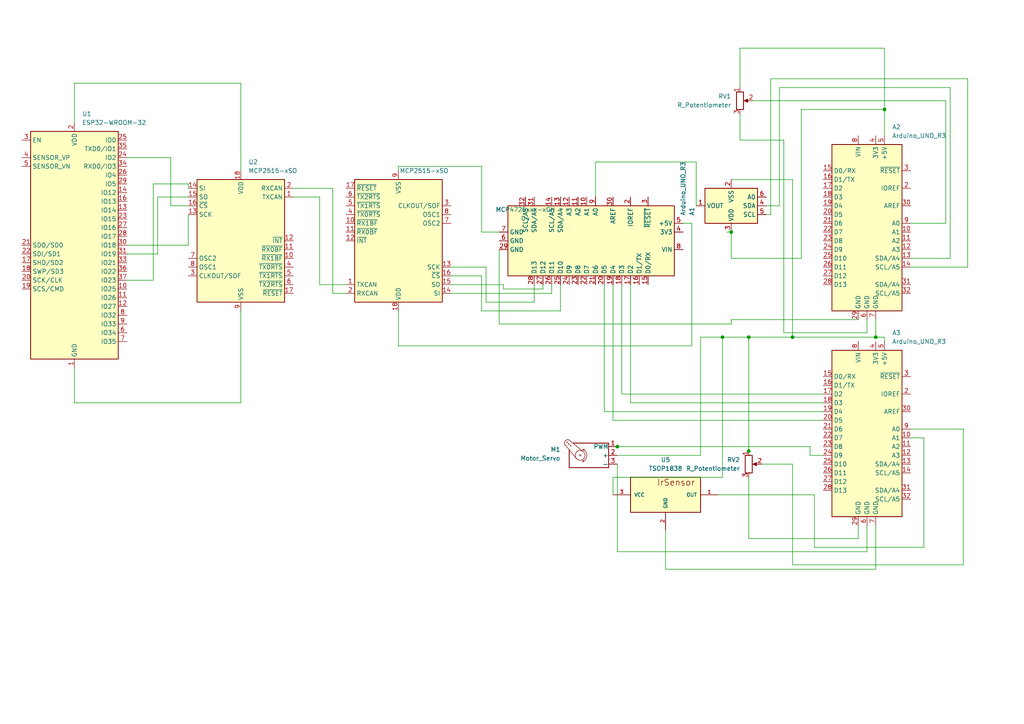
<source format=kicad_sch>
(kicad_sch (version 20230121) (generator eeschema)
  (paper "A4")
  (lib_symbols
    (symbol "Analog_DAC:MCP4725xxx-xCH"
      (property "Reference" "U" (at -6.35 6.35 0))
      (property "Value" "MCP4725xxx-xCH" (at 8.89 6.35 0))
      (symbol "MCP4725xxx-xCH_0_1"
        (rectangle (start -7.62 5.08) (end 7.62 -5.08) (stroke (width 0.254)) (fill (type background)))
      )
      (symbol "MCP4725xxx-xCH_1_1"
        (pin output line (at 10.16 0 180) (length 2.54) (name "VOUT") (number "1"))
        (pin power_in line (at 0 -7.62 90) (length 2.54) (name "VSS") (number "2"))
        (pin power_in line (at 0 7.62 270) (length 2.54) (name "VDD") (number "3"))
        (pin bidirectional line (at -10.16 0 0) (length 2.54) (name "SDA") (number "4"))
        (pin input line (at -10.16 2.54 0) (length 2.54) (name "SCL") (number "5"))
        (pin input line (at -10.16 -2.54 0) (length 2.54) (name "A0") (number "6"))
      )
    )
    (symbol "Device:R_Potentiometer" (pin_names (offset 1.016) hide)
      (property "Reference" "RV" (at -4.445 0 90))
      (property "Value" "R_Potentiometer" (at -2.54 0 90))
      (symbol "R_Potentiometer_0_1"
        (polyline (pts (xy 2.54 0) (xy 1.524 0)))
        (polyline (pts (xy 1.143 0) (xy 2.286 0.508) (xy 2.286 -0.508) (xy 1.143 0)) (fill (type outline)))
        (rectangle (start 1.016 2.54) (end -1.016 -2.54) (stroke (width 0.254)))
      )
      (symbol "R_Potentiometer_1_1"
        (pin passive line (at 0 3.81 270) (length 1.27) (name "1") (number "1"))
        (pin passive line (at 3.81 0 180) (length 1.27) (name "2") (number "2"))
        (pin passive line (at 0 -3.81 90) (length 1.27) (name "3") (number "3"))
      )
    )
    (symbol "Interface_CAN_LIN:MCP2515-xSO"
      (property "Reference" "U" (at -10.16 19.685 0))
      (property "Value" "MCP2515-xSO" (at 19.05 20.32 0))
      (symbol "MCP2515-xSO_0_1"
        (rectangle (start -12.7 17.78) (end 12.7 -17.78) (stroke (width 0.254)) (fill (type background)))
      )
      (symbol "MCP2515-xSO_1_1"
        (pin output line (at 15.24 12.7 180) (length 2.54) (name "TXCAN") (number "1"))
        (pin output line (at 15.24 -5.08 180) (length 2.54) (name "~{RX1BF}") (number "10"))
        (pin output line (at 15.24 -2.54 180) (length 2.54) (name "~{RX0BF}") (number "11"))
        (pin output line (at 15.24 0 180) (length 2.54) (name "~{INT}") (number "12"))
        (pin input line (at -15.24 7.62 0) (length 2.54) (name "SCK") (number "13"))
        (pin input line (at -15.24 15.24 0) (length 2.54) (name "SI") (number "14"))
        (pin output line (at -15.24 12.7 0) (length 2.54) (name "SO") (number "15"))
        (pin input line (at -15.24 10.16 0) (length 2.54) (name "~{CS}") (number "16"))
        (pin input line (at 15.24 -15.24 180) (length 2.54) (name "~{RESET}") (number "17"))
        (pin power_in line (at 0 20.32 270) (length 2.54) (name "VDD") (number "18"))
        (pin input line (at 15.24 15.24 180) (length 2.54) (name "RXCAN") (number "2"))
        (pin output line (at -15.24 -10.16 0) (length 2.54) (name "CLKOUT/SOF") (number "3"))
        (pin input line (at 15.24 -7.62 180) (length 2.54) (name "~{TX0RTS}") (number "4"))
        (pin input line (at 15.24 -10.16 180) (length 2.54) (name "~{TX1RTS}") (number "5"))
        (pin input line (at 15.24 -12.7 180) (length 2.54) (name "~{TX2RTS}") (number "6"))
        (pin output line (at -15.24 -5.08 0) (length 2.54) (name "OSC2") (number "7"))
        (pin input line (at -15.24 -7.62 0) (length 2.54) (name "OSC1") (number "8"))
        (pin power_in line (at 0 -20.32 90) (length 2.54) (name "VSS") (number "9"))
      )
    )
    (symbol "MCU_Module:Arduino_UNO_R3"
      (property "Reference" "A" (at -10.16 23.495 0))
      (property "Value" "Arduino_UNO_R3" (at 5.08 -26.67 0))
      (symbol "Arduino_UNO_R3_0_1"
        (rectangle (start -10.16 22.86) (end 10.16 -25.4) (stroke (width 0.254)) (fill (type background)))
      )
      (symbol "Arduino_UNO_R3_1_1"
        (pin no_connect line (at -10.16 -20.32 0) (length 2.54) hide (name "NC") (number "1"))
        (pin bidirectional line (at 12.7 -2.54 180) (length 2.54) (name "A1") (number "10"))
        (pin bidirectional line (at 12.7 -5.08 180) (length 2.54) (name "A2") (number "11"))
        (pin bidirectional line (at 12.7 -7.62 180) (length 2.54) (name "A3") (number "12"))
        (pin bidirectional line (at 12.7 -10.16 180) (length 2.54) (name "SDA/A4") (number "13"))
        (pin bidirectional line (at 12.7 -12.7 180) (length 2.54) (name "SCL/A5") (number "14"))
        (pin bidirectional line (at -12.7 15.24 0) (length 2.54) (name "D0/RX") (number "15"))
        (pin bidirectional line (at -12.7 12.7 0) (length 2.54) (name "D1/TX") (number "16"))
        (pin bidirectional line (at -12.7 10.16 0) (length 2.54) (name "D2") (number "17"))
        (pin bidirectional line (at -12.7 7.62 0) (length 2.54) (name "D3") (number "18"))
        (pin bidirectional line (at -12.7 5.08 0) (length 2.54) (name "D4") (number "19"))
        (pin output line (at 12.7 10.16 180) (length 2.54) (name "IOREF") (number "2"))
        (pin bidirectional line (at -12.7 2.54 0) (length 2.54) (name "D5") (number "20"))
        (pin bidirectional line (at -12.7 0 0) (length 2.54) (name "D6") (number "21"))
        (pin bidirectional line (at -12.7 -2.54 0) (length 2.54) (name "D7") (number "22"))
        (pin bidirectional line (at -12.7 -5.08 0) (length 2.54) (name "D8") (number "23"))
        (pin bidirectional line (at -12.7 -7.62 0) (length 2.54) (name "D9") (number "24"))
        (pin bidirectional line (at -12.7 -10.16 0) (length 2.54) (name "D10") (number "25"))
        (pin bidirectional line (at -12.7 -12.7 0) (length 2.54) (name "D11") (number "26"))
        (pin bidirectional line (at -12.7 -15.24 0) (length 2.54) (name "D12") (number "27"))
        (pin bidirectional line (at -12.7 -17.78 0) (length 2.54) (name "D13") (number "28"))
        (pin power_in line (at -2.54 -27.94 90) (length 2.54) (name "GND") (number "29"))
        (pin input line (at 12.7 15.24 180) (length 2.54) (name "~{RESET}") (number "3"))
        (pin input line (at 12.7 5.08 180) (length 2.54) (name "AREF") (number "30"))
        (pin bidirectional line (at 12.7 -17.78 180) (length 2.54) (name "SDA/A4") (number "31"))
        (pin bidirectional line (at 12.7 -20.32 180) (length 2.54) (name "SCL/A5") (number "32"))
        (pin power_out line (at 2.54 25.4 270) (length 2.54) (name "3V3") (number "4"))
        (pin power_out line (at 5.08 25.4 270) (length 2.54) (name "+5V") (number "5"))
        (pin power_in line (at 0 -27.94 90) (length 2.54) (name "GND") (number "6"))
        (pin power_in line (at 2.54 -27.94 90) (length 2.54) (name "GND") (number "7"))
        (pin power_in line (at -2.54 25.4 270) (length 2.54) (name "VIN") (number "8"))
        (pin bidirectional line (at 12.7 0 180) (length 2.54) (name "A0") (number "9"))
      )
    )
    (symbol "Motor:Motor_Servo" (pin_names (offset 0.0254))
      (property "Reference" "M" (at -5.08 4.445 0))
      (property "Value" "Motor_Servo" (at -5.08 -4.064 0))
      (symbol "Motor_Servo_0_1"
        (polyline (pts (xy 2.413 -1.778) (xy 2.032 -1.778)))
        (polyline (pts (xy 2.413 -1.778) (xy 2.286 -1.397)))
        (polyline (pts (xy 2.413 1.778) (xy 1.905 1.778)))
        (polyline (pts (xy 2.413 1.778) (xy 2.286 1.397)))
        (polyline (pts (xy 6.35 4.445) (xy 2.54 1.27)))
        (polyline (pts (xy 7.62 3.175) (xy 4.191 -1.016)))
        (polyline (pts (xy 5.08 3.556) (xy -5.08 3.556) (xy -5.08 -3.556) (xy 6.35 -3.556) (xy 6.35 1.524)) (stroke (width 0.254)))
        (arc (start 2.413 1.778) (mid 1.2406 0) (end 2.413 -1.778))
        (circle (center 3.175 0) (radius 0.1778))
        (circle (center 3.175 0) (radius 1.4224))
        (circle (center 5.969 2.794) (radius 0.127))
        (circle (center 6.477 3.302) (radius 0.127))
        (circle (center 6.985 3.81) (radius 0.127))
        (arc (start 7.62 3.175) (mid 7.4485 4.2735) (end 6.35 4.445))
      )
      (symbol "Motor_Servo_1_1"
        (pin passive line (at -7.62 2.54 0) (length 2.54) (name "PWM") (number "1"))
        (pin passive line (at -7.62 0 0) (length 2.54) (name "+") (number "2"))
        (pin passive line (at -7.62 -2.54 0) (length 2.54) (name "-") (number "3"))
      )
    )
    (symbol "RF_Module:ESP32-WROOM-32"
      (property "Reference" "U" (at -12.7 34.29 0))
      (property "Value" "ESP32-WROOM-32" (at 1.27 34.29 0))
      (symbol "ESP32-WROOM-32_0_1"
        (rectangle (start -12.7 33.02) (end 12.7 -33.02) (stroke (width 0.254)) (fill (type background)))
      )
      (symbol "ESP32-WROOM-32_1_1"
        (pin power_in line (at 0 -35.56 90) (length 2.54) (name "GND") (number "1"))
        (pin bidirectional line (at 15.24 -12.7 180) (length 2.54) (name "IO25") (number "10"))
        (pin bidirectional line (at 15.24 -15.24 180) (length 2.54) (name "IO26") (number "11"))
        (pin bidirectional line (at 15.24 -17.78 180) (length 2.54) (name "IO27") (number "12"))
        (pin bidirectional line (at 15.24 10.16 180) (length 2.54) (name "IO14") (number "13"))
        (pin bidirectional line (at 15.24 15.24 180) (length 2.54) (name "IO12") (number "14"))
        (pin passive line (at 0 -35.56 90) (length 2.54) hide (name "GND") (number "15"))
        (pin bidirectional line (at 15.24 12.7 180) (length 2.54) (name "IO13") (number "16"))
        (pin bidirectional line (at -15.24 -5.08 0) (length 2.54) (name "SHD/SD2") (number "17"))
        (pin bidirectional line (at -15.24 -7.62 0) (length 2.54) (name "SWP/SD3") (number "18"))
        (pin bidirectional line (at -15.24 -12.7 0) (length 2.54) (name "SCS/CMD") (number "19"))
        (pin power_in line (at 0 35.56 270) (length 2.54) (name "VDD") (number "2"))
        (pin bidirectional line (at -15.24 -10.16 0) (length 2.54) (name "SCK/CLK") (number "20"))
        (pin bidirectional line (at -15.24 0 0) (length 2.54) (name "SDO/SD0") (number "21"))
        (pin bidirectional line (at -15.24 -2.54 0) (length 2.54) (name "SDI/SD1") (number "22"))
        (pin bidirectional line (at 15.24 7.62 180) (length 2.54) (name "IO15") (number "23"))
        (pin bidirectional line (at 15.24 25.4 180) (length 2.54) (name "IO2") (number "24"))
        (pin bidirectional line (at 15.24 30.48 180) (length 2.54) (name "IO0") (number "25"))
        (pin bidirectional line (at 15.24 20.32 180) (length 2.54) (name "IO4") (number "26"))
        (pin bidirectional line (at 15.24 5.08 180) (length 2.54) (name "IO16") (number "27"))
        (pin bidirectional line (at 15.24 2.54 180) (length 2.54) (name "IO17") (number "28"))
        (pin bidirectional line (at 15.24 17.78 180) (length 2.54) (name "IO5") (number "29"))
        (pin input line (at -15.24 30.48 0) (length 2.54) (name "EN") (number "3"))
        (pin bidirectional line (at 15.24 0 180) (length 2.54) (name "IO18") (number "30"))
        (pin bidirectional line (at 15.24 -2.54 180) (length 2.54) (name "IO19") (number "31"))
        (pin no_connect line (at -12.7 -27.94 0) (length 2.54) hide (name "NC") (number "32"))
        (pin bidirectional line (at 15.24 -5.08 180) (length 2.54) (name "IO21") (number "33"))
        (pin bidirectional line (at 15.24 22.86 180) (length 2.54) (name "RXD0/IO3") (number "34"))
        (pin bidirectional line (at 15.24 27.94 180) (length 2.54) (name "TXD0/IO1") (number "35"))
        (pin bidirectional line (at 15.24 -7.62 180) (length 2.54) (name "IO22") (number "36"))
        (pin bidirectional line (at 15.24 -10.16 180) (length 2.54) (name "IO23") (number "37"))
        (pin passive line (at 0 -35.56 90) (length 2.54) hide (name "GND") (number "38"))
        (pin passive line (at 0 -35.56 90) (length 2.54) hide (name "GND") (number "39"))
        (pin input line (at -15.24 25.4 0) (length 2.54) (name "SENSOR_VP") (number "4"))
        (pin input line (at -15.24 22.86 0) (length 2.54) (name "SENSOR_VN") (number "5"))
        (pin input line (at 15.24 -25.4 180) (length 2.54) (name "IO34") (number "6"))
        (pin input line (at 15.24 -27.94 180) (length 2.54) (name "IO35") (number "7"))
        (pin bidirectional line (at 15.24 -20.32 180) (length 2.54) (name "IO32") (number "8"))
        (pin bidirectional line (at 15.24 -22.86 180) (length 2.54) (name "IO33") (number "9"))
      )
    )
    (symbol "TSOP1838:TSOP1838" (pin_names (offset 1.016))
      (property "Reference" "U" (at -3.81 6.604 0))
      (property "Value" "TSOP1838" (at 0 0 0))
      (symbol "TSOP1838_0_0"
        (rectangle (start -10.16 -5.08) (end 10.16 5.08) (stroke (width 0.254)) (fill (type background)))
        (pin output line (at 15.24 0 180) (length 5.08) (name "OUT") (number "1"))
        (pin power_in line (at 0 -10.16 90) (length 5.08) (name "GND") (number "2"))
        (pin power_in line (at -15.24 0 0) (length 5.08) (name "VCC") (number "3"))
      )
      (symbol "TSOP1838_1_0"
        (text "IrSensor\n" (at -2.54 2.54 0) (effects (font (size 1.778 1.778)) (justify left bottom)))
      )
    )
  )
  (junction (at 212.09 67.31))
  (junction (at 209.55 97.79))
  (junction (at 254 97.79))
  (junction (at 179.07 129.54))
  (junction (at 217.17 130.81))
  (junction (at 217.17 97.79))
  (junction (at 256.54 31.75))
  (junction (at 229.87 97.79))
  (wire (pts (xy 177.8 129.54) (xy 179.07 129.54)))
  (wire (pts (xy 177.8 143.51) (xy 177.8 138.43)))
  (wire (pts (xy 139.7 48.26) (xy 139.7 67.31)))
  (wire (pts (xy 209.55 138.43) (xy 209.55 97.79)))
  (wire (pts (xy 115.57 48.26) (xy 139.7 48.26)))
  (wire (pts (xy 203.2 97.79) (xy 209.55 97.79)))
  (wire (pts (xy 280.67 77.47) (xy 280.67 22.86)))
  (wire (pts (xy 200.66 100.33) (xy 200.66 64.77)))
  (wire (pts (xy 208.28 143.51) (xy 236.22 143.51)))
  (wire (pts (xy 115.57 90.17) (xy 115.57 100.33)))
  (wire (pts (xy 201.93 46.99) (xy 172.72 46.99)))
  (wire (pts (xy 146.05 83.82) (xy 157.48 83.82)))
  (wire (pts (xy 130.81 82.55) (xy 146.05 82.55)))
  (wire (pts (xy 54.61 53.34) (xy 54.61 54.61)))
  (wire (pts (xy 212.09 92.71) (xy 212.09 93.98)))
  (wire (pts (xy 144.78 93.98) (xy 212.09 93.98)))
  (wire (pts (xy 115.57 100.33) (xy 200.66 100.33)))
  (wire (pts (xy 182.88 116.84) (xy 182.88 82.55)))
  (wire (pts (xy 154.94 82.55) (xy 154.94 87.63)))
  (wire (pts (xy 180.34 114.3) (xy 180.34 82.55)))
  (wire (pts (xy 203.2 97.79) (xy 203.2 132.08)))
  (wire (pts (xy 256.54 31.75) (xy 256.54 39.37)))
  (wire (pts (xy 238.76 119.38) (xy 175.26 119.38)))
  (wire (pts (xy 226.06 59.69) (xy 226.06 25.4)))
  (wire (pts (xy 229.87 97.79) (xy 254 97.79)))
  (wire (pts (xy 218.44 29.21) (xy 274.32 29.21)))
  (wire (pts (xy 217.17 97.79) (xy 229.87 97.79)))
  (wire (pts (xy 157.48 82.55) (xy 157.48 83.82)))
  (wire (pts (xy 222.25 59.69) (xy 226.06 59.69)))
  (wire (pts (xy 238.76 114.3) (xy 180.34 114.3)))
  (wire (pts (xy 280.67 22.86) (xy 223.52 22.86)))
  (wire (pts (xy 217.17 130.81) (xy 217.17 132.08)))
  (wire (pts (xy 69.85 116.84) (xy 69.85 90.17)))
  (wire (pts (xy 179.07 160.02) (xy 179.07 134.62)))
  (wire (pts (xy 140.97 87.63) (xy 154.94 87.63)))
  (wire (pts (xy 220.98 134.62) (xy 229.87 134.62)))
  (wire (pts (xy 248.92 156.21) (xy 248.92 152.4)))
  (wire (pts (xy 223.52 62.23) (xy 222.25 62.23)))
  (wire (pts (xy 251.46 152.4) (xy 251.46 160.02)))
  (wire (pts (xy 193.04 153.67) (xy 193.04 165.1)))
  (wire (pts (xy 256.54 99.06) (xy 256.54 97.79)))
  (wire (pts (xy 212.09 74.93) (xy 232.41 74.93)))
  (wire (pts (xy 254 165.1) (xy 254 152.4)))
  (wire (pts (xy 264.16 64.77) (xy 274.32 64.77)))
  (wire (pts (xy 179.07 129.54) (xy 234.95 129.54)))
  (wire (pts (xy 54.61 71.12) (xy 54.61 62.23)))
  (wire (pts (xy 217.17 97.79) (xy 217.17 130.81)))
  (wire (pts (xy 254 97.79) (xy 254 92.71)))
  (wire (pts (xy 172.72 46.99) (xy 172.72 57.15)))
  (wire (pts (xy 217.17 156.21) (xy 248.92 156.21)))
  (wire (pts (xy 45.72 57.15) (xy 54.61 57.15)))
  (wire (pts (xy 144.78 72.39) (xy 144.78 93.98)))
  (wire (pts (xy 229.87 52.07) (xy 229.87 97.79)))
  (wire (pts (xy 92.71 82.55) (xy 92.71 57.15)))
  (wire (pts (xy 254 97.79) (xy 256.54 97.79)))
  (wire (pts (xy 227.33 40.64) (xy 227.33 96.52)))
  (wire (pts (xy 193.04 165.1) (xy 254 165.1)))
  (wire (pts (xy 229.87 163.83) (xy 279.4 163.83)))
  (wire (pts (xy 229.87 134.62) (xy 229.87 163.83)))
  (wire (pts (xy 234.95 129.54) (xy 234.95 132.08)))
  (wire (pts (xy 130.81 77.47) (xy 140.97 77.47)))
  (wire (pts (xy 212.09 66.04) (xy 212.09 67.31)))
  (wire (pts (xy 267.97 127) (xy 264.16 127)))
  (wire (pts (xy 36.83 73.66) (xy 45.72 73.66)))
  (wire (pts (xy 139.7 90.17) (xy 162.56 90.17)))
  (wire (pts (xy 96.52 85.09) (xy 96.52 54.61)))
  (wire (pts (xy 236.22 158.75) (xy 267.97 158.75)))
  (wire (pts (xy 21.59 24.13) (xy 69.85 24.13)))
  (wire (pts (xy 256.54 13.97) (xy 256.54 31.75)))
  (wire (pts (xy 21.59 116.84) (xy 69.85 116.84)))
  (wire (pts (xy 214.63 40.64) (xy 227.33 40.64)))
  (wire (pts (xy 69.85 24.13) (xy 69.85 49.53)))
  (wire (pts (xy 214.63 25.4) (xy 214.63 13.97)))
  (wire (pts (xy 96.52 54.61) (xy 85.09 54.61)))
  (wire (pts (xy 100.33 82.55) (xy 92.71 82.55)))
  (wire (pts (xy 251.46 160.02) (xy 179.07 160.02)))
  (wire (pts (xy 212.09 52.07) (xy 229.87 52.07)))
  (wire (pts (xy 238.76 116.84) (xy 182.88 116.84)))
  (wire (pts (xy 214.63 33.02) (xy 214.63 40.64)))
  (wire (pts (xy 140.97 77.47) (xy 140.97 87.63)))
  (wire (pts (xy 21.59 35.56) (xy 21.59 24.13)))
  (wire (pts (xy 274.32 29.21) (xy 274.32 64.77)))
  (wire (pts (xy 21.59 106.68) (xy 21.59 116.84)))
  (wire (pts (xy 198.12 64.77) (xy 200.66 64.77)))
  (wire (pts (xy 275.59 25.4) (xy 275.59 74.93)))
  (wire (pts (xy 139.7 67.31) (xy 144.78 67.31)))
  (wire (pts (xy 44.45 53.34) (xy 54.61 53.34)))
  (wire (pts (xy 203.2 132.08) (xy 179.07 132.08)))
  (wire (pts (xy 267.97 158.75) (xy 267.97 127)))
  (wire (pts (xy 264.16 77.47) (xy 280.67 77.47)))
  (wire (pts (xy 223.52 22.86) (xy 223.52 62.23)))
  (wire (pts (xy 100.33 85.09) (xy 96.52 85.09)))
  (wire (pts (xy 227.33 96.52) (xy 251.46 96.52)))
  (wire (pts (xy 36.83 81.28) (xy 44.45 81.28)))
  (wire (pts (xy 49.53 59.69) (xy 54.61 59.69)))
  (wire (pts (xy 251.46 96.52) (xy 251.46 92.71)))
  (wire (pts (xy 234.95 132.08) (xy 238.76 132.08)))
  (wire (pts (xy 130.81 80.01) (xy 139.7 80.01)))
  (wire (pts (xy 162.56 90.17) (xy 162.56 82.55)))
  (wire (pts (xy 44.45 81.28) (xy 44.45 53.34)))
  (wire (pts (xy 130.81 85.09) (xy 160.02 85.09)))
  (wire (pts (xy 209.55 97.79) (xy 217.17 97.79)))
  (wire (pts (xy 201.93 59.69) (xy 201.93 46.99)))
  (wire (pts (xy 160.02 82.55) (xy 160.02 85.09)))
  (wire (pts (xy 214.63 13.97) (xy 256.54 13.97)))
  (wire (pts (xy 210.82 67.31) (xy 212.09 67.31)))
  (wire (pts (xy 226.06 25.4) (xy 275.59 25.4)))
  (wire (pts (xy 177.8 82.55) (xy 177.8 121.92)))
  (wire (pts (xy 146.05 82.55) (xy 146.05 83.82)))
  (wire (pts (xy 45.72 73.66) (xy 45.72 57.15)))
  (wire (pts (xy 139.7 80.01) (xy 139.7 90.17)))
  (wire (pts (xy 275.59 74.93) (xy 264.16 74.93)))
  (wire (pts (xy 92.71 57.15) (xy 85.09 57.15)))
  (wire (pts (xy 212.09 67.31) (xy 212.09 74.93)))
  (wire (pts (xy 248.92 92.71) (xy 212.09 92.71)))
  (wire (pts (xy 217.17 138.43) (xy 217.17 156.21)))
  (wire (pts (xy 232.41 31.75) (xy 256.54 31.75)))
  (wire (pts (xy 175.26 119.38) (xy 175.26 82.55)))
  (wire (pts (xy 238.76 121.92) (xy 177.8 121.92)))
  (wire (pts (xy 115.57 49.53) (xy 115.57 48.26)))
  (wire (pts (xy 36.83 71.12) (xy 54.61 71.12)))
  (wire (pts (xy 36.83 45.72) (xy 49.53 45.72)))
  (wire (pts (xy 279.4 163.83) (xy 279.4 124.46)))
  (wire (pts (xy 177.8 138.43) (xy 209.55 138.43)))
  (wire (pts (xy 264.16 124.46) (xy 279.4 124.46)))
  (wire (pts (xy 49.53 45.72) (xy 49.53 59.69)))
  (wire (pts (xy 236.22 143.51) (xy 236.22 158.75)))
  (wire (pts (xy 232.41 74.93) (xy 232.41 31.75)))
  (symbol (lib_id "Interface_CAN_LIN:MCP2515-xSO") (at 115.57 69.85 180) (unit 1)
    (property "Reference" "U3" (effects hide))
    (property "Value" "MCP2515-xSO" (at 115.9159 49.53 0) (effects (justify right)))
    (property "Footprint" "Package_SO:SOIC-18W_7.5x11.6mm_P1.27mm" (effects hide))
    (property "Datasheet" "http://ww1.microchip.com/downloads/en/DeviceDoc/21801e.pdf" (effects hide))
  )
  (symbol (lib_id "TSOP1838:TSOP1838") (at 193.04 143.51 0) (unit 1)
    (property "Reference" "U5" (at 193.04 133.35 0))
    (property "Value" "TSOP1838" (at 193.04 135.89 0))
    (property "Footprint" "TSOP1838:TSOP1838" (effects hide))
    (property "MF" "Vishay" (effects hide))
    (property "Description" "\nIR Remote Receiver 38KHz 35m 3-Pin\n" (effects hide))
    (property "Package" "None" (effects hide))
    (property "Price" "None" (effects hide))
    (property "SnapEDA_Link" "https://www.snapeda.com/parts/TSOP1838/Vishay/view-part/?ref=snap" (effects hide))
    (property "MP" "TSOP1838" (effects hide))
    (property "Availability" "In Stock" (effects hide))
    (property "Check_prices" "https://www.snapeda.com/parts/TSOP1838/Vishay/view-part/?ref=eda" (effects hide))
  )
  (symbol (lib_id "MCU_Module:Arduino_UNO_R3") (at 251.46 124.46 0) (unit 1)
    (property "Reference" "A3" (at 258.7341 96.52 0) (effects (justify left)))
    (property "Value" "Arduino_UNO_R3" (at 258.7341 99.06 0) (effects (justify left)))
    (property "Footprint" "Module:Arduino_UNO_R3" (effects hide))
    (property "Datasheet" "https://www.arduino.cc/en/Main/arduinoBoardUno" (effects hide))
  )
  (symbol (lib_id "Motor:Motor_Servo") (at 171.45 132.08 0) (mirror y) (unit 1)
    (property "Reference" "M1" (at 162.56 130.3766 0) (effects (justify left)))
    (property "Value" "Motor_Servo" (at 162.56 132.9166 0) (effects (justify left)))
    (property "Datasheet" "http://forums.parallax.com/uploads/attachments/46831/74481.png" (effects hide))
  )
  (symbol (lib_id "MCU_Module:Arduino_UNO_R3") (at 172.72 69.85 270) (mirror x) (unit 1)
    (property "Reference" "A1" (at 200.66 62.5759 0) (effects (justify left)))
    (property "Value" "Arduino_UNO_R3" (at 198.12 62.5759 0) (effects (justify left)))
    (property "Footprint" "Module:Arduino_UNO_R3" (effects hide))
    (property "Datasheet" "https://www.arduino.cc/en/Main/arduinoBoardUno" (effects hide))
  )
  (symbol (lib_id "Device:R_Potentiometer") (at 214.63 29.21 0) (unit 1)
    (property "Reference" "RV1" (at 212.09 27.94 0) (effects (justify right)))
    (property "Value" "R_Potentiometer" (at 212.09 30.48 0) (effects (justify right)))
  )
  (symbol (lib_id "Analog_DAC:MCP4725xxx-xCH") (at 212.09 59.69 180) (unit 1)
    (property "Reference" "U4" (at 152.4 63.3379 0))
    (property "Value" "MCP4725xxx-xCH" (at 152.4 60.7979 0))
    (property "Footprint" "Package_TO_SOT_SMD:SOT-23-6" (effects hide))
    (property "Datasheet" "http://ww1.microchip.com/downloads/en/DeviceDoc/22039d.pdf" (effects hide))
  )
  (symbol (lib_id "MCU_Module:Arduino_UNO_R3") (at 251.46 64.77 0) (unit 1)
    (property "Reference" "A2" (at 258.7341 36.83 0) (effects (justify left)))
    (property "Value" "Arduino_UNO_R3" (at 258.7341 39.37 0) (effects (justify left)))
    (property "Footprint" "Module:Arduino_UNO_R3" (effects hide))
    (property "Datasheet" "https://www.arduino.cc/en/Main/arduinoBoardUno" (effects hide))
  )
  (symbol (lib_id "Device:R_Potentiometer") (at 217.17 134.62 0) (unit 1)
    (property "Reference" "RV2" (at 214.63 133.35 0) (effects (justify right)))
    (property "Value" "R_Potentiometer" (at 214.63 135.89 0) (effects (justify right)))
  )
  (symbol (lib_id "RF_Module:ESP32-WROOM-32") (at 21.59 71.12 0) (unit 1)
    (property "Reference" "U1" (at 23.7841 33.02 0) (effects (justify left)))
    (property "Value" "ESP32-WROOM-32" (at 23.7841 35.56 0) (effects (justify left)))
    (property "Footprint" "RF_Module:ESP32-WROOM-32" (effects hide))
    (property "Datasheet" "https://www.espressif.com/sites/default/files/documentation/esp32-wroom-32_datasheet_en.pdf" (effects hide))
  )
  (symbol (lib_id "Interface_CAN_LIN:MCP2515-xSO") (at 69.85 69.85 0) (unit 1)
    (property "Reference" "U2" (at 72.0441 46.99 0) (effects (justify left)))
    (property "Value" "MCP2515-xSO" (at 72.0441 49.53 0) (effects (justify left)))
    (property "Footprint" "Package_SO:SOIC-18W_7.5x11.6mm_P1.27mm" (effects hide))
    (property "Datasheet" "http://ww1.microchip.com/downloads/en/DeviceDoc/21801e.pdf" (effects hide))
  )
)
</source>
